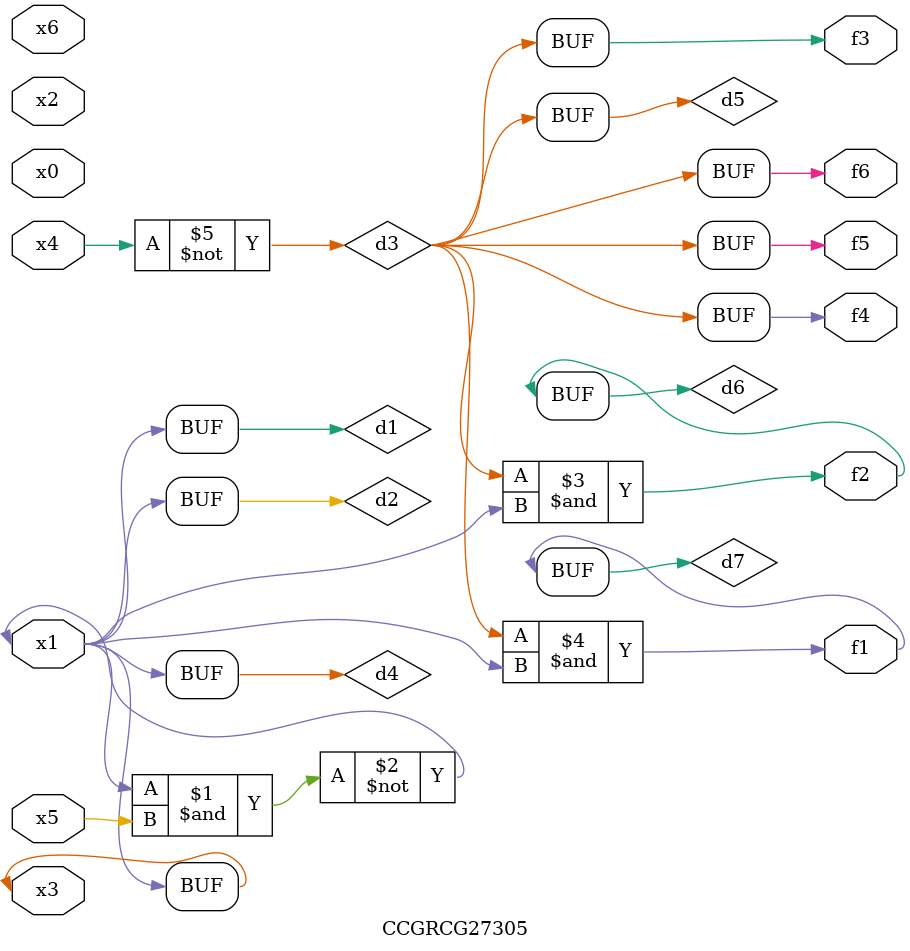
<source format=v>
module CCGRCG27305(
	input x0, x1, x2, x3, x4, x5, x6,
	output f1, f2, f3, f4, f5, f6
);

	wire d1, d2, d3, d4, d5, d6, d7;

	buf (d1, x1, x3);
	nand (d2, x1, x5);
	not (d3, x4);
	buf (d4, d1, d2);
	buf (d5, d3);
	and (d6, d3, d4);
	and (d7, d3, d4);
	assign f1 = d7;
	assign f2 = d6;
	assign f3 = d5;
	assign f4 = d5;
	assign f5 = d5;
	assign f6 = d5;
endmodule

</source>
